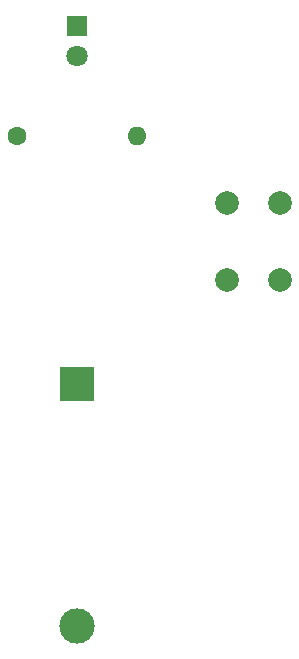
<source format=gbr>
%TF.GenerationSoftware,KiCad,Pcbnew,8.0.1-8.0.1-0~ubuntu20.04.1*%
%TF.CreationDate,2024-04-26T13:56:55+02:00*%
%TF.ProjectId,reaktor51_led,7265616b-746f-4723-9531-5f6c65642e6b,1*%
%TF.SameCoordinates,Original*%
%TF.FileFunction,Soldermask,Bot*%
%TF.FilePolarity,Negative*%
%FSLAX46Y46*%
G04 Gerber Fmt 4.6, Leading zero omitted, Abs format (unit mm)*
G04 Created by KiCad (PCBNEW 8.0.1-8.0.1-0~ubuntu20.04.1) date 2024-04-26 13:56:55*
%MOMM*%
%LPD*%
G01*
G04 APERTURE LIST*
%ADD10C,2.000000*%
%ADD11R,3.000000X3.000000*%
%ADD12C,3.000000*%
%ADD13C,1.600000*%
%ADD14O,1.600000X1.600000*%
%ADD15R,1.800000X1.800000*%
%ADD16C,1.800000*%
G04 APERTURE END LIST*
D10*
%TO.C,SW1*%
X174000000Y-71750000D03*
X174000000Y-65250000D03*
X178500000Y-71750000D03*
X178500000Y-65250000D03*
%TD*%
D11*
%TO.C,BT1*%
X161250000Y-80500000D03*
D12*
X161250000Y-100990000D03*
%TD*%
D13*
%TO.C,R1*%
X156170000Y-59500000D03*
D14*
X166330000Y-59500000D03*
%TD*%
D15*
%TO.C,D1*%
X161250000Y-50225000D03*
D16*
X161250000Y-52765000D03*
%TD*%
M02*

</source>
